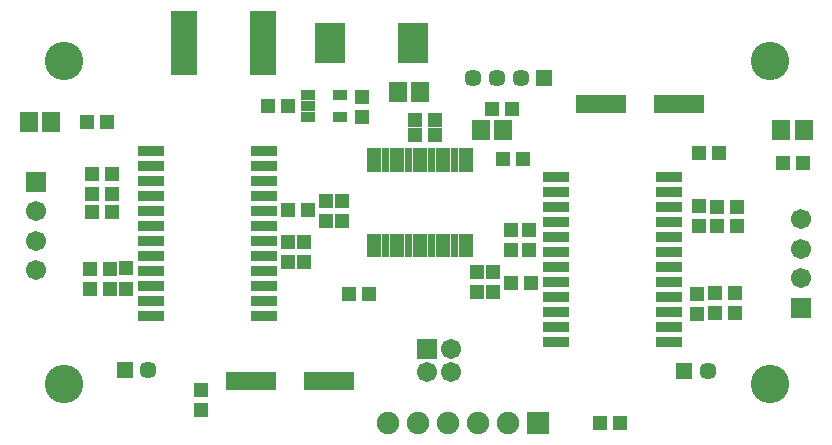
<source format=gbr>
G04 DipTrace 2.4.0.2*
%INTopMask.gbr*%
%MOIN*%
%ADD37C,0.128*%
%ADD45R,0.0868X0.0317*%
%ADD47R,0.0513X0.0317*%
%ADD49C,0.075*%
%ADD51R,0.075X0.075*%
%ADD54C,0.067*%
%ADD55R,0.0592X0.0671*%
%ADD58C,0.0572*%
%ADD60R,0.0572X0.0572*%
%ADD62R,0.0868X0.2167*%
%ADD64C,0.0671*%
%ADD66R,0.0671X0.0671*%
%ADD68R,0.1025X0.138*%
%ADD70R,0.168X0.064*%
%ADD72R,0.0474X0.0513*%
%ADD74R,0.0513X0.0474*%
%FSLAX44Y44*%
G04*
G70*
G90*
G75*
G01*
%LNTopMask*%
%LPD*%
D74*
X12706Y15159D3*
X13375D3*
D72*
X15852Y15479D3*
Y14809D3*
D74*
X17601Y14715D3*
X18270D3*
X17599Y14210D3*
X18268D3*
X16069Y8908D3*
X15400D3*
X13372Y11713D3*
X14041D3*
X21485Y9291D3*
X20816D3*
D72*
X10454Y5702D3*
Y5033D3*
D74*
X27078Y13612D3*
X27747D3*
D70*
X23801Y15249D3*
X26401D3*
X14743Y6020D3*
X12143D3*
D72*
X13909Y9971D3*
Y10640D3*
X20817Y11050D3*
Y10381D3*
X15177Y12022D3*
Y11352D3*
X19668Y8976D3*
Y9645D3*
X6844Y12908D3*
Y12239D3*
D74*
X27609Y8266D3*
X28278D3*
X7441Y9079D3*
X6772D3*
X27675Y11802D3*
X28344D3*
D68*
X14785Y17280D3*
X17521D3*
D66*
X18008Y7085D3*
D64*
Y6297D3*
X18795D3*
Y7085D3*
D62*
X12528Y17264D3*
X9907Y17263D3*
D37*
X5906Y16666D3*
Y5904D3*
X29452Y16666D3*
Y5902D3*
D60*
X7929Y6374D3*
D58*
X8716Y6373D3*
D60*
X26583Y6347D3*
D58*
X27370Y6346D3*
D66*
X4959Y12645D3*
D54*
X4958Y11660D3*
X4956Y10676D3*
Y9693D3*
D66*
X30471Y8443D3*
D54*
X30472Y9428D3*
X30474Y10412D3*
Y11395D3*
D55*
X5475Y14649D3*
X4727D3*
X30561Y14386D3*
X29813D3*
D51*
X21704Y4603D3*
D49*
X20704D3*
X19704D3*
X18704D3*
X17704D3*
X16704D3*
D55*
X17775Y15658D3*
X17027D3*
D60*
X21910Y16103D3*
D58*
X21123Y16104D3*
X20333Y16103D3*
X19546D3*
D74*
X20543Y13392D3*
X21213D3*
X20170Y15076D3*
X20840D3*
X6654Y14645D3*
X7323D3*
X30529Y13284D3*
X29860D3*
D72*
X7512Y12906D3*
Y12237D3*
X27006Y8240D3*
Y8909D3*
D74*
X6842Y11653D3*
X7511D3*
X28265Y8928D3*
X27596D3*
D72*
X14635Y11350D3*
Y12019D3*
X20202Y9632D3*
Y8963D3*
X13372Y10629D3*
Y9960D3*
X21389Y10368D3*
Y11037D3*
X7982Y9760D3*
Y9090D3*
X27078Y11174D3*
Y11844D3*
D74*
X6754Y9756D3*
X7423D3*
X28342Y11160D3*
X27673D3*
X23757Y4599D3*
X24426D3*
D55*
X20553Y14374D3*
X19805D3*
D47*
X14042Y15540D3*
Y15166D3*
Y14792D3*
X15105D3*
Y15540D3*
G36*
X16226Y10135D2*
X15988D1*
Y10924D1*
X16226D1*
Y10135D1*
G37*
G36*
X16482D2*
X16244D1*
Y10924D1*
X16482D1*
Y10135D1*
G37*
G36*
X16738D2*
X16500D1*
Y10924D1*
X16738D1*
Y10135D1*
G37*
G36*
X16994D2*
X16756D1*
Y10924D1*
X16994D1*
Y10135D1*
G37*
G36*
X17250D2*
X17012D1*
Y10924D1*
X17250D1*
Y10135D1*
G37*
G36*
X17505D2*
X17268D1*
Y10924D1*
X17505D1*
Y10135D1*
G37*
G36*
X17761D2*
X17524D1*
Y10924D1*
X17761D1*
Y10135D1*
G37*
G36*
X18017D2*
X17779D1*
Y10924D1*
X18017D1*
Y10135D1*
G37*
G36*
X18273D2*
X18035D1*
Y10924D1*
X18273D1*
Y10135D1*
G37*
G36*
X18529D2*
X18291D1*
Y10924D1*
X18529D1*
Y10135D1*
G37*
G36*
X18785D2*
X18547D1*
Y10924D1*
X18785D1*
Y10135D1*
G37*
G36*
X19041D2*
X18803D1*
Y10924D1*
X19041D1*
Y10135D1*
G37*
G36*
X19297D2*
X19059D1*
Y10924D1*
X19297D1*
Y10135D1*
G37*
G36*
X19553D2*
X19315D1*
Y10924D1*
X19553D1*
Y10135D1*
G37*
G36*
Y12970D2*
X19315D1*
Y13759D1*
X19553D1*
Y12970D1*
G37*
G36*
X19297D2*
X19059D1*
Y13759D1*
X19297D1*
Y12970D1*
G37*
G36*
X19041D2*
X18803D1*
Y13759D1*
X19041D1*
Y12970D1*
G37*
G36*
X18785D2*
X18547D1*
Y13759D1*
X18785D1*
Y12970D1*
G37*
G36*
X18529D2*
X18291D1*
Y13759D1*
X18529D1*
Y12970D1*
G37*
G36*
X18273D2*
X18035D1*
Y13759D1*
X18273D1*
Y12970D1*
G37*
G36*
X18017D2*
X17779D1*
Y13759D1*
X18017D1*
Y12970D1*
G37*
G36*
X17761D2*
X17524D1*
Y13759D1*
X17761D1*
Y12970D1*
G37*
G36*
X17505D2*
X17268D1*
Y13759D1*
X17505D1*
Y12970D1*
G37*
G36*
X17250D2*
X17012D1*
Y13759D1*
X17250D1*
Y12970D1*
G37*
G36*
X16994D2*
X16756D1*
Y13759D1*
X16994D1*
Y12970D1*
G37*
G36*
X16738D2*
X16500D1*
Y13759D1*
X16738D1*
Y12970D1*
G37*
G36*
X16482D2*
X16244D1*
Y13759D1*
X16482D1*
Y12970D1*
G37*
G36*
X16226D2*
X15988D1*
Y13759D1*
X16226D1*
Y12970D1*
G37*
D45*
X12586Y8182D3*
Y8682D3*
Y9182D3*
Y9682D3*
Y10182D3*
Y10682D3*
Y11182D3*
Y11682D3*
Y12182D3*
Y12682D3*
Y13182D3*
Y13682D3*
X8807D3*
Y13182D3*
Y12682D3*
Y12182D3*
Y11682D3*
Y11182D3*
Y10682D3*
Y10182D3*
Y9682D3*
Y9182D3*
Y8682D3*
Y8182D3*
X22301Y12794D3*
Y12294D3*
Y11794D3*
Y11294D3*
Y10794D3*
Y10294D3*
Y9794D3*
Y9294D3*
Y8794D3*
Y8294D3*
Y7794D3*
Y7294D3*
X26080D3*
Y7794D3*
Y8294D3*
Y8794D3*
Y9294D3*
Y9794D3*
Y10294D3*
Y10794D3*
Y11294D3*
Y11794D3*
Y12294D3*
Y12794D3*
M02*

</source>
